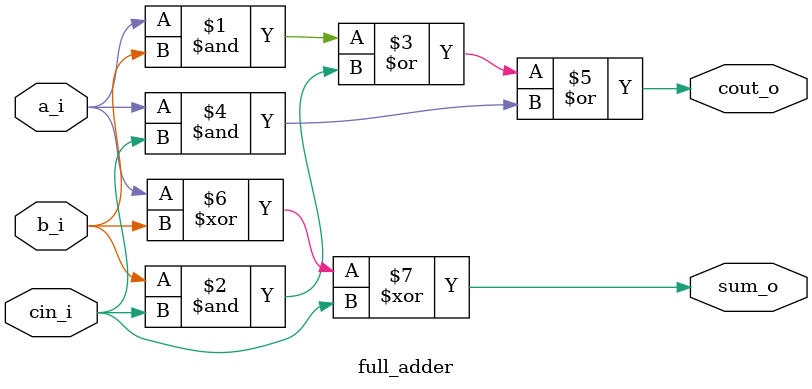
<source format=sv>
module full_adder (
    input  a_i,
    b_i,
    input  cin_i,
    output sum_o,
    cout_o
);
  assign cout_o = (a_i & b_i) | (b_i & cin_i) | (a_i & cin_i);
  assign sum_o  = a_i ^ b_i ^ cin_i;
endmodule

</source>
